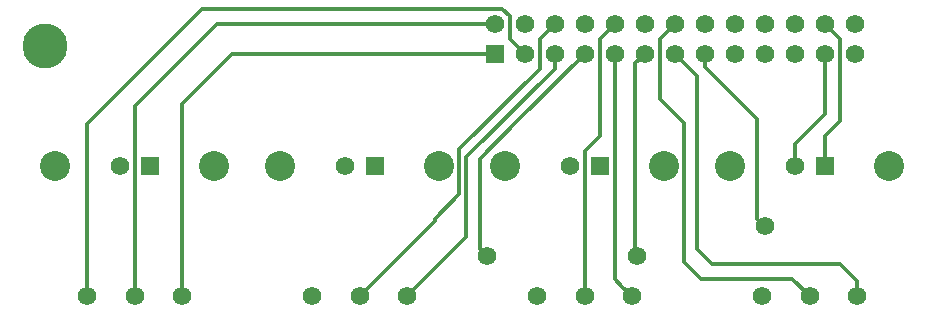
<source format=gbr>
G04 #@! TF.GenerationSoftware,KiCad,Pcbnew,(5.0.1)-3*
G04 #@! TF.CreationDate,2018-12-06T21:01:50-08:00*
G04 #@! TF.ProjectId,500-1071,3530302D313037312E6B696361645F70,A*
G04 #@! TF.SameCoordinates,Original*
G04 #@! TF.FileFunction,Copper,L1,Top,Signal*
G04 #@! TF.FilePolarity,Positive*
%FSLAX46Y46*%
G04 Gerber Fmt 4.6, Leading zero omitted, Abs format (unit mm)*
G04 Created by KiCad (PCBNEW (5.0.1)-3) date 12/6/2018 9:01:50 PM*
%MOMM*%
%LPD*%
G01*
G04 APERTURE LIST*
G04 #@! TA.AperFunction,ComponentPad*
%ADD10R,1.574800X1.574800*%
G04 #@! TD*
G04 #@! TA.AperFunction,ComponentPad*
%ADD11C,1.574800*%
G04 #@! TD*
G04 #@! TA.AperFunction,ComponentPad*
%ADD12C,2.540000*%
G04 #@! TD*
G04 #@! TA.AperFunction,ComponentPad*
%ADD13C,3.810000*%
G04 #@! TD*
G04 #@! TA.AperFunction,ViaPad*
%ADD14C,1.574800*%
G04 #@! TD*
G04 #@! TA.AperFunction,Conductor*
%ADD15C,0.304800*%
G04 #@! TD*
G04 APERTURE END LIST*
D10*
G04 #@! TO.P,P1,1*
G04 #@! TO.N,Net-(P1-Pad1)*
X208280000Y-99695000D03*
D11*
G04 #@! TO.P,P1,2*
G04 #@! TO.N,Net-(P1-Pad2)*
X208280000Y-97155000D03*
G04 #@! TO.P,P1,3*
G04 #@! TO.N,Net-(P1-Pad3)*
X210820000Y-99695000D03*
G04 #@! TO.P,P1,4*
G04 #@! TO.N,Net-(P1-Pad4)*
X210820000Y-97155000D03*
G04 #@! TO.P,P1,5*
G04 #@! TO.N,Net-(P1-Pad5)*
X213360000Y-99695000D03*
G04 #@! TO.P,P1,6*
G04 #@! TO.N,Net-(P1-Pad6)*
X213360000Y-97155000D03*
G04 #@! TO.P,P1,7*
G04 #@! TO.N,Net-(P1-Pad7)*
X215900000Y-99695000D03*
G04 #@! TO.P,P1,8*
G04 #@! TO.N,Net-(P1-Pad8)*
X215900000Y-97155000D03*
G04 #@! TO.P,P1,9*
G04 #@! TO.N,Net-(P1-Pad9)*
X218440000Y-99695000D03*
G04 #@! TO.P,P1,10*
G04 #@! TO.N,Net-(P1-Pad10)*
X218440000Y-97155000D03*
G04 #@! TO.P,P1,11*
G04 #@! TO.N,Net-(P1-Pad11)*
X220980000Y-99695000D03*
G04 #@! TO.P,P1,12*
G04 #@! TO.N,Net-(P1-Pad12)*
X220980000Y-97155000D03*
G04 #@! TO.P,P1,13*
G04 #@! TO.N,Net-(P1-Pad13)*
X223520000Y-99695000D03*
G04 #@! TO.P,P1,14*
G04 #@! TO.N,Net-(P1-Pad14)*
X223520000Y-97155000D03*
G04 #@! TO.P,P1,15*
G04 #@! TO.N,Net-(P1-Pad15)*
X226060000Y-99695000D03*
G04 #@! TO.P,P1,16*
G04 #@! TO.N,Net-(P1-Pad16)*
X226060000Y-97155000D03*
G04 #@! TO.P,P1,17*
G04 #@! TO.N,Net-(P1-Pad17)*
X228600000Y-99695000D03*
G04 #@! TO.P,P1,18*
G04 #@! TO.N,Net-(P1-Pad18)*
X228600000Y-97155000D03*
G04 #@! TO.P,P1,19*
G04 #@! TO.N,Net-(P1-Pad19)*
X231140000Y-99695000D03*
G04 #@! TO.P,P1,20*
G04 #@! TO.N,Net-(P1-Pad20)*
X231140000Y-97155000D03*
G04 #@! TO.P,P1,21*
G04 #@! TO.N,Net-(P1-Pad21)*
X233680000Y-99695000D03*
G04 #@! TO.P,P1,22*
G04 #@! TO.N,Net-(P1-Pad22)*
X233680000Y-97155000D03*
G04 #@! TO.P,P1,23*
G04 #@! TO.N,Net-(P1-Pad23)*
X236220000Y-99695000D03*
G04 #@! TO.P,P1,24*
G04 #@! TO.N,Net-(P1-Pad24)*
X236220000Y-97155000D03*
G04 #@! TO.P,P1,25*
G04 #@! TO.N,Net-(P1-Pad25)*
X238760000Y-99695000D03*
G04 #@! TO.P,P1,26*
G04 #@! TO.N,Net-(P1-Pad26)*
X238760000Y-97155000D03*
G04 #@! TD*
D12*
G04 #@! TO.P,R3,*
G04 #@! TO.N,*
X222600000Y-109220000D03*
X209200000Y-109220000D03*
D10*
G04 #@! TO.P,R3,4*
G04 #@! TO.N,Net-(P1-Pad22)*
X217170000Y-109220000D03*
D11*
G04 #@! TO.P,R3,5*
G04 #@! TO.N,Net-(P1-Pad21)*
X214630000Y-109220000D03*
G04 #@! TO.P,R3,2*
G04 #@! TO.N,Net-(P1-Pad10)*
X215900000Y-120220000D03*
G04 #@! TO.P,R3,3*
G04 #@! TO.N,Net-(P1-Pad11)*
X211900000Y-120220000D03*
G04 #@! TO.P,R3,1*
G04 #@! TO.N,Net-(P1-Pad9)*
X219900000Y-120220000D03*
G04 #@! TD*
D12*
G04 #@! TO.P,R4,*
G04 #@! TO.N,*
X241650000Y-109220000D03*
X228250000Y-109220000D03*
D10*
G04 #@! TO.P,R4,4*
G04 #@! TO.N,Net-(P1-Pad24)*
X236220000Y-109220000D03*
D11*
G04 #@! TO.P,R4,5*
G04 #@! TO.N,Net-(P1-Pad23)*
X233680000Y-109220000D03*
G04 #@! TO.P,R4,2*
G04 #@! TO.N,Net-(P1-Pad14)*
X234950000Y-120220000D03*
G04 #@! TO.P,R4,3*
G04 #@! TO.N,Net-(P1-Pad15)*
X230950000Y-120220000D03*
G04 #@! TO.P,R4,1*
G04 #@! TO.N,Net-(P1-Pad13)*
X238950000Y-120220000D03*
G04 #@! TD*
D12*
G04 #@! TO.P,R1,*
G04 #@! TO.N,*
X184500000Y-109220000D03*
X171100000Y-109220000D03*
D10*
G04 #@! TO.P,R1,4*
G04 #@! TO.N,Net-(P1-Pad18)*
X179070000Y-109220000D03*
D11*
G04 #@! TO.P,R1,5*
G04 #@! TO.N,Net-(P1-Pad17)*
X176530000Y-109220000D03*
G04 #@! TO.P,R1,2*
G04 #@! TO.N,Net-(P1-Pad2)*
X177800000Y-120220000D03*
G04 #@! TO.P,R1,3*
G04 #@! TO.N,Net-(P1-Pad3)*
X173800000Y-120220000D03*
G04 #@! TO.P,R1,1*
G04 #@! TO.N,Net-(P1-Pad1)*
X181800000Y-120220000D03*
G04 #@! TD*
D12*
G04 #@! TO.P,R2,*
G04 #@! TO.N,*
X203550000Y-109220000D03*
X190150000Y-109220000D03*
D10*
G04 #@! TO.P,R2,4*
G04 #@! TO.N,Net-(P1-Pad20)*
X198120000Y-109220000D03*
D11*
G04 #@! TO.P,R2,5*
G04 #@! TO.N,Net-(P1-Pad19)*
X195580000Y-109220000D03*
G04 #@! TO.P,R2,2*
G04 #@! TO.N,Net-(P1-Pad6)*
X196850000Y-120220000D03*
G04 #@! TO.P,R2,3*
G04 #@! TO.N,Net-(P1-Pad7)*
X192850000Y-120220000D03*
G04 #@! TO.P,R2,1*
G04 #@! TO.N,Net-(P1-Pad5)*
X200850000Y-120220000D03*
G04 #@! TD*
D13*
G04 #@! TO.P,REF\002A\002A,*
G04 #@! TO.N,*
X170180000Y-99060000D03*
G04 #@! TD*
D14*
G04 #@! TO.N,Net-(P1-Pad7)*
X207645000Y-116840000D03*
G04 #@! TO.N,Net-(P1-Pad11)*
X220345000Y-116840000D03*
G04 #@! TO.N,Net-(P1-Pad15)*
X231140000Y-114300000D03*
G04 #@! TD*
D15*
G04 #@! TO.N,Net-(P1-Pad1)*
X181800000Y-103950000D02*
X181800000Y-120220000D01*
X208280000Y-99695000D02*
X186055000Y-99695000D01*
X186055000Y-99695000D02*
X181800000Y-103950000D01*
G04 #@! TO.N,Net-(P1-Pad2)*
X177800000Y-104140000D02*
X177800000Y-119106449D01*
X177800000Y-119106449D02*
X177800000Y-120220000D01*
X184785000Y-97155000D02*
X177800000Y-104140000D01*
X208280000Y-97155000D02*
X184785000Y-97155000D01*
G04 #@! TO.N,Net-(P1-Pad3)*
X173800000Y-105600000D02*
X173800000Y-120220000D01*
X183515000Y-95885000D02*
X173800000Y-105600000D01*
X208915000Y-95885000D02*
X183515000Y-95885000D01*
X209550000Y-96520000D02*
X208915000Y-95885000D01*
X210820000Y-99695000D02*
X209550000Y-98425000D01*
X209550000Y-98425000D02*
X209550000Y-96520000D01*
G04 #@! TO.N,Net-(P1-Pad5)*
X205886812Y-115183188D02*
X201637399Y-119432601D01*
X201637399Y-119432601D02*
X200850000Y-120220000D01*
X205886812Y-108438188D02*
X205886812Y-115183188D01*
X213360000Y-100965000D02*
X205886812Y-108438188D01*
X213360000Y-99695000D02*
X213360000Y-100965000D01*
G04 #@! TO.N,Net-(P1-Pad6)*
X213360000Y-97155000D02*
X212090000Y-98425000D01*
X212090000Y-98425000D02*
X212090000Y-100965000D01*
X205277201Y-107777799D02*
X205277201Y-111587799D01*
X212090000Y-100965000D02*
X205277201Y-107777799D01*
X205277201Y-111587799D02*
X203200000Y-113665000D01*
X203200000Y-113870000D02*
X196850000Y-120220000D01*
X203200000Y-113665000D02*
X203200000Y-113870000D01*
G04 #@! TO.N,Net-(P1-Pad7)*
X215900000Y-99695000D02*
X210185000Y-105410000D01*
X210185000Y-105410000D02*
X207010000Y-108585000D01*
X207010000Y-108585000D02*
X207010000Y-116205000D01*
X207010000Y-116205000D02*
X207645000Y-116840000D01*
G04 #@! TO.N,Net-(P1-Pad9)*
X218440000Y-99695000D02*
X218440000Y-118760000D01*
X219112601Y-119432601D02*
X219900000Y-120220000D01*
X218440000Y-118760000D02*
X219112601Y-119432601D01*
G04 #@! TO.N,Net-(P1-Pad10)*
X215900000Y-119106449D02*
X215900000Y-120220000D01*
X215900000Y-107950000D02*
X215900000Y-119106449D01*
X217170000Y-106680000D02*
X215900000Y-107950000D01*
X218440000Y-97155000D02*
X217170000Y-98425000D01*
X217170000Y-98425000D02*
X217170000Y-106680000D01*
G04 #@! TO.N,Net-(P1-Pad11)*
X220192601Y-116687601D02*
X220345000Y-116840000D01*
X220980000Y-99695000D02*
X220192601Y-100482399D01*
X220192601Y-100482399D02*
X220192601Y-116687601D01*
G04 #@! TO.N,Net-(P1-Pad13)*
X223520000Y-99695000D02*
X225425000Y-101600000D01*
X225425000Y-101600000D02*
X225425000Y-116205000D01*
X225425000Y-116205000D02*
X226695000Y-117475000D01*
X226695000Y-117475000D02*
X237490000Y-117475000D01*
X238950000Y-118935000D02*
X238950000Y-120220000D01*
X237490000Y-117475000D02*
X238950000Y-118935000D01*
G04 #@! TO.N,Net-(P1-Pad14)*
X233475000Y-118745000D02*
X234950000Y-120220000D01*
X222250000Y-98425000D02*
X222250000Y-103505000D01*
X223520000Y-97155000D02*
X222250000Y-98425000D01*
X224327201Y-105582201D02*
X224327201Y-117302799D01*
X222250000Y-103505000D02*
X224327201Y-105582201D01*
X224327201Y-117302799D02*
X225769402Y-118745000D01*
X225769402Y-118745000D02*
X233475000Y-118745000D01*
G04 #@! TO.N,Net-(P1-Pad15)*
X226060000Y-100808551D02*
X230505000Y-105253551D01*
X226060000Y-99695000D02*
X226060000Y-100808551D01*
X230505000Y-105253551D02*
X230505000Y-113665000D01*
X230505000Y-113665000D02*
X231140000Y-114300000D01*
G04 #@! TO.N,Net-(P1-Pad23)*
X233680000Y-107315000D02*
X233680000Y-109220000D01*
X236220000Y-99695000D02*
X236220000Y-104775000D01*
X236220000Y-104775000D02*
X233680000Y-107315000D01*
G04 #@! TO.N,Net-(P1-Pad24)*
X236220000Y-106680000D02*
X236220000Y-109220000D01*
X237490000Y-105410000D02*
X236220000Y-106680000D01*
X236220000Y-97155000D02*
X237490000Y-98425000D01*
X237490000Y-98425000D02*
X237490000Y-105410000D01*
G04 #@! TD*
M02*

</source>
